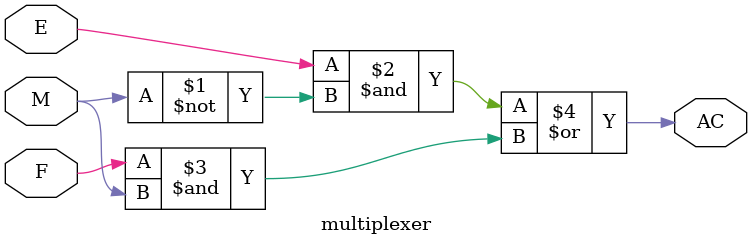
<source format=v>



// Generated by Quartus Prime Version 20.1 (Build Build 720 11/11/2020)
// Created on Thu Sep 23 09:28:27 2021

//  Module Declaration
module multiplexer
(
// {{ALTERA_ARGS_BEGIN}} DO NOT REMOVE THIS LINE!
E, F, M, AC
// {{ALTERA_ARGS_END}} DO NOT REMOVE THIS LINE!
);
// Port Declaration

// {{ALTERA_IO_BEGIN}} DO NOT REMOVE THIS LINE!
input E;
input F;
input M;
output AC;
// {{ALTERA_IO_END}} DO NOT REMOVE THIS LINE!

assign AC = (E & ~M) | (F & M);

endmodule

</source>
